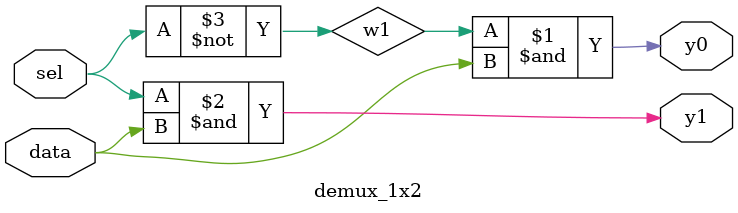
<source format=v>
`timescale 1ns / 1ps

module demux_1x2(data,sel,y0,y1);
input data,sel;
output y1,y0;
wire w1;

  not g1(w1,sel);
  and g2(y0,w1,data);
  and g3(y1,sel,data);
  
endmodule

</source>
